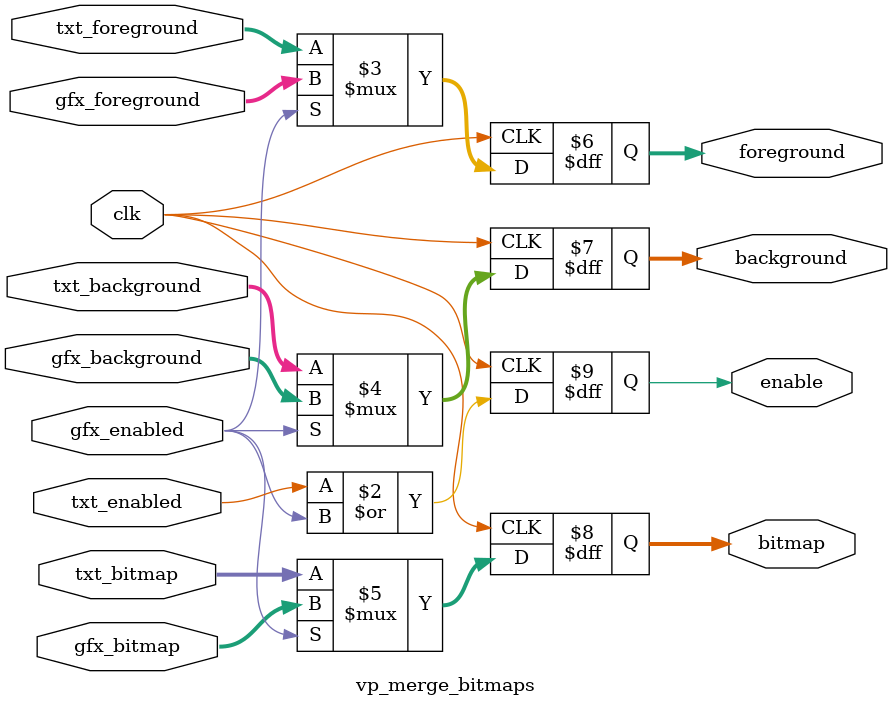
<source format=v>
module vp_merge_bitmaps (
	// Base signals
	input wire clk,

	// Text inputs
	input wire [3:0] txt_foreground,
	input wire [3:0] txt_background,
	input wire [15:0] txt_bitmap,
	input wire txt_enabled,

	// Graphic inputs
	input wire [3:0] gfx_foreground,
	input wire [3:0] gfx_background,
	input wire [15:0] gfx_bitmap,
	input wire gfx_enabled,

	// Outputs
	output reg [3:0] foreground,
	output reg [3:0] background,
	output reg [15:0] bitmap,
	output reg enable
);

`include "constant.v"

always @(posedge clk) begin
	enable <= txt_enabled | gfx_enabled;

	foreground <= gfx_enabled ? gfx_foreground : txt_foreground;
	background <= gfx_enabled ? gfx_background : txt_background;
	bitmap <= gfx_enabled ? gfx_bitmap : txt_bitmap;
end
endmodule
</source>
